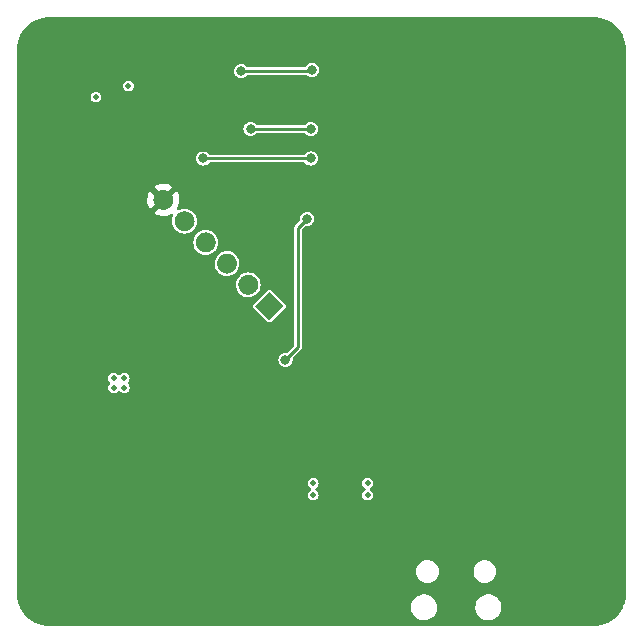
<source format=gbr>
G04 #@! TF.GenerationSoftware,KiCad,Pcbnew,(6.0.9)*
G04 #@! TF.CreationDate,2024-07-14T21:11:06-07:00*
G04 #@! TF.ProjectId,AccArray_PICO,41636341-7272-4617-995f-5049434f2e6b,rev?*
G04 #@! TF.SameCoordinates,Original*
G04 #@! TF.FileFunction,Copper,L4,Bot*
G04 #@! TF.FilePolarity,Positive*
%FSLAX46Y46*%
G04 Gerber Fmt 4.6, Leading zero omitted, Abs format (unit mm)*
G04 Created by KiCad (PCBNEW (6.0.9)) date 2024-07-14 21:11:06*
%MOMM*%
%LPD*%
G01*
G04 APERTURE LIST*
G04 #@! TA.AperFunction,ViaPad*
%ADD10C,0.503200*%
G04 #@! TD*
G04 #@! TA.AperFunction,ViaPad*
%ADD11C,0.800000*%
G04 #@! TD*
G04 #@! TA.AperFunction,Conductor*
%ADD12C,0.250000*%
G04 #@! TD*
G04 APERTURE END LIST*
G04 #@! TO.P,J2,6,Pin_6*
G04 #@! TO.N,GND*
G04 #@! TA.AperFunction,ComponentPad*
G36*
G01*
X139212887Y-82110805D02*
X139212887Y-82110805D01*
G75*
G02*
X139212887Y-83312887I-601041J-601041D01*
G01*
X139212887Y-83312887D01*
G75*
G02*
X138010805Y-83312887I-601041J601041D01*
G01*
X138010805Y-83312887D01*
G75*
G02*
X138010805Y-82110805I601041J601041D01*
G01*
X138010805Y-82110805D01*
G75*
G02*
X139212887Y-82110805I601041J-601041D01*
G01*
G37*
G04 #@! TD.AperFunction*
G04 #@! TO.P,J2,5,Pin_5*
G04 #@! TO.N,FPGA_SI*
G04 #@! TA.AperFunction,ComponentPad*
G36*
G01*
X141008938Y-83906856D02*
X141008938Y-83906856D01*
G75*
G02*
X141008938Y-85108938I-601041J-601041D01*
G01*
X141008938Y-85108938D01*
G75*
G02*
X139806856Y-85108938I-601041J601041D01*
G01*
X139806856Y-85108938D01*
G75*
G02*
X139806856Y-83906856I601041J601041D01*
G01*
X139806856Y-83906856D01*
G75*
G02*
X141008938Y-83906856I601041J-601041D01*
G01*
G37*
G04 #@! TD.AperFunction*
G04 #@! TO.P,J2,4,Pin_4*
G04 #@! TO.N,FPGA_CS*
G04 #@! TA.AperFunction,ComponentPad*
G36*
G01*
X142804989Y-85702907D02*
X142804989Y-85702907D01*
G75*
G02*
X142804989Y-86904989I-601041J-601041D01*
G01*
X142804989Y-86904989D01*
G75*
G02*
X141602907Y-86904989I-601041J601041D01*
G01*
X141602907Y-86904989D01*
G75*
G02*
X141602907Y-85702907I601041J601041D01*
G01*
X141602907Y-85702907D01*
G75*
G02*
X142804989Y-85702907I601041J-601041D01*
G01*
G37*
G04 #@! TD.AperFunction*
G04 #@! TO.P,J2,3,Pin_3*
G04 #@! TO.N,FPGA_SCK*
G04 #@! TA.AperFunction,ComponentPad*
G36*
G01*
X144601041Y-87498959D02*
X144601041Y-87498959D01*
G75*
G02*
X144601041Y-88701041I-601041J-601041D01*
G01*
X144601041Y-88701041D01*
G75*
G02*
X143398959Y-88701041I-601041J601041D01*
G01*
X143398959Y-88701041D01*
G75*
G02*
X143398959Y-87498959I601041J601041D01*
G01*
X143398959Y-87498959D01*
G75*
G02*
X144601041Y-87498959I601041J-601041D01*
G01*
G37*
G04 #@! TD.AperFunction*
G04 #@! TO.P,J2,2,Pin_2*
G04 #@! TO.N,FPGA_SO*
G04 #@! TA.AperFunction,ComponentPad*
G36*
G01*
X146397092Y-89295010D02*
X146397092Y-89295010D01*
G75*
G02*
X146397092Y-90497092I-601041J-601041D01*
G01*
X146397092Y-90497092D01*
G75*
G02*
X145195010Y-90497092I-601041J601041D01*
G01*
X145195010Y-90497092D01*
G75*
G02*
X145195010Y-89295010I601041J601041D01*
G01*
X145195010Y-89295010D01*
G75*
G02*
X146397092Y-89295010I601041J-601041D01*
G01*
G37*
G04 #@! TD.AperFunction*
G04 #@! TA.AperFunction,ComponentPad*
G04 #@! TO.P,J2,1,Pin_1*
G04 #@! TO.N,FSYNC*
G36*
X147592102Y-90490020D02*
G01*
X148794184Y-91692102D01*
X147592102Y-92894184D01*
X146390020Y-91692102D01*
X147592102Y-90490020D01*
G37*
G04 #@! TD.AperFunction*
G04 #@! TD*
D10*
G04 #@! TO.N,GND*
X134700000Y-73000000D03*
G04 #@! TO.N,+3V3*
X155900000Y-107700000D03*
X155900000Y-106700000D03*
X151300000Y-107700000D03*
X151300000Y-106700000D03*
X135300000Y-97800000D03*
X135300000Y-98600000D03*
X134400000Y-98600000D03*
X134400000Y-97800000D03*
G04 #@! TO.N,GND*
X175500000Y-112800000D03*
X175500000Y-111800000D03*
X170900000Y-112800000D03*
X170900000Y-111800000D03*
X171000000Y-100100000D03*
X171000000Y-99100000D03*
X175400000Y-100100000D03*
X175400000Y-99100000D03*
X171000000Y-87500000D03*
X171000000Y-86500000D03*
X175300000Y-87500000D03*
X175300000Y-86500000D03*
X171000000Y-74800000D03*
X171000000Y-73800000D03*
X175400000Y-74700000D03*
X175400000Y-73700000D03*
X155800000Y-74800000D03*
X155800000Y-73800000D03*
X151300000Y-74700000D03*
X151300000Y-73700000D03*
X151300000Y-87400000D03*
X151300000Y-86400000D03*
X155900000Y-87400000D03*
X155900000Y-86400000D03*
X155800000Y-100100000D03*
X155800000Y-99100000D03*
X151300000Y-100100000D03*
X151300000Y-99100000D03*
X151300000Y-112700000D03*
X151300000Y-111700000D03*
X156000000Y-112700000D03*
X156000000Y-111700000D03*
X134700000Y-96800000D03*
X131900000Y-96800000D03*
X131900000Y-94200000D03*
X131900000Y-93100000D03*
X131900000Y-92100000D03*
X131900000Y-91100000D03*
X131900000Y-90000000D03*
X131900000Y-88800000D03*
X134500000Y-88800000D03*
X133000000Y-78800000D03*
X133000000Y-77800000D03*
X134700000Y-75200000D03*
X133000000Y-72100000D03*
X134100000Y-71100000D03*
G04 #@! TO.N,+3V3*
X132900000Y-74000000D03*
X135650000Y-73050000D03*
D11*
G04 #@! TO.N,IMU_CS*
X148950000Y-96250000D03*
X150790000Y-84310000D03*
G04 #@! TO.N,FPGA_SI*
X151100000Y-79200000D03*
X142000000Y-79200000D03*
G04 #@! TO.N,FPGA_CS*
X151200000Y-71700000D03*
X145200000Y-71800000D03*
G04 #@! TO.N,FPGA_SCK*
X151100000Y-76700000D03*
X146000000Y-76700000D03*
G04 #@! TD*
D12*
G04 #@! TO.N,IMU_CS*
X150000000Y-85100000D02*
X150790000Y-84310000D01*
X150000000Y-95200000D02*
X150000000Y-85100000D01*
X148950000Y-96250000D02*
X150000000Y-95200000D01*
G04 #@! TO.N,FPGA_SI*
X142000000Y-79200000D02*
X151100000Y-79200000D01*
G04 #@! TO.N,FPGA_SCK*
X146000000Y-76700000D02*
X151100000Y-76700000D01*
G04 #@! TO.N,FPGA_CS*
X151100000Y-71800000D02*
X151200000Y-71700000D01*
X145200000Y-71800000D02*
X151100000Y-71800000D01*
G04 #@! TD*
G04 #@! TA.AperFunction,Conductor*
G04 #@! TO.N,GND*
G36*
X174980242Y-67202466D02*
G01*
X174985811Y-67202476D01*
X174999641Y-67205656D01*
X175013481Y-67202524D01*
X175027670Y-67202549D01*
X175027669Y-67203161D01*
X175035608Y-67202500D01*
X175185047Y-67210892D01*
X175306384Y-67217706D01*
X175320416Y-67219287D01*
X175615972Y-67269504D01*
X175629743Y-67272647D01*
X175917820Y-67355641D01*
X175931151Y-67360306D01*
X176208125Y-67475032D01*
X176220848Y-67481159D01*
X176332841Y-67543056D01*
X176483228Y-67626172D01*
X176495192Y-67633689D01*
X176739691Y-67807170D01*
X176750738Y-67815980D01*
X176974269Y-68015740D01*
X176984260Y-68025731D01*
X177184020Y-68249262D01*
X177192830Y-68260309D01*
X177366311Y-68504808D01*
X177373828Y-68516772D01*
X177518839Y-68779148D01*
X177524970Y-68791879D01*
X177639692Y-69068843D01*
X177644359Y-69082180D01*
X177727353Y-69370257D01*
X177730496Y-69384028D01*
X177778235Y-69664998D01*
X177780712Y-69679579D01*
X177782294Y-69693620D01*
X177797469Y-69963825D01*
X177796803Y-69971621D01*
X177797549Y-69971622D01*
X177797524Y-69985813D01*
X177794344Y-69999641D01*
X177797475Y-70013480D01*
X177797467Y-70018311D01*
X177799500Y-70036504D01*
X177799500Y-115962920D01*
X177797534Y-115980242D01*
X177797524Y-115985811D01*
X177794344Y-115999641D01*
X177797476Y-116013481D01*
X177797451Y-116027670D01*
X177796839Y-116027669D01*
X177797500Y-116035608D01*
X177782294Y-116306380D01*
X177780713Y-116320416D01*
X177757583Y-116456551D01*
X177730497Y-116615968D01*
X177727353Y-116629743D01*
X177675569Y-116809490D01*
X177644359Y-116917820D01*
X177639694Y-116931151D01*
X177524970Y-117208121D01*
X177518841Y-117220848D01*
X177473135Y-117303547D01*
X177373828Y-117483228D01*
X177366311Y-117495192D01*
X177192830Y-117739691D01*
X177184020Y-117750738D01*
X176984260Y-117974269D01*
X176974269Y-117984260D01*
X176750738Y-118184020D01*
X176739691Y-118192830D01*
X176495192Y-118366311D01*
X176483228Y-118373828D01*
X176468987Y-118381699D01*
X176220848Y-118518841D01*
X176208125Y-118524968D01*
X175931151Y-118639694D01*
X175917820Y-118644359D01*
X175629743Y-118727353D01*
X175615972Y-118730496D01*
X175320416Y-118780713D01*
X175306384Y-118782294D01*
X175036172Y-118797469D01*
X175028379Y-118796803D01*
X175028378Y-118797549D01*
X175014187Y-118797524D01*
X175000359Y-118794344D01*
X174986520Y-118797475D01*
X174981689Y-118797467D01*
X174963496Y-118799500D01*
X129037080Y-118799500D01*
X129019758Y-118797534D01*
X129014189Y-118797524D01*
X129000359Y-118794344D01*
X128986519Y-118797476D01*
X128972330Y-118797451D01*
X128972331Y-118796839D01*
X128964392Y-118797500D01*
X128814953Y-118789108D01*
X128693616Y-118782294D01*
X128679584Y-118780713D01*
X128384028Y-118730496D01*
X128370257Y-118727353D01*
X128082180Y-118644359D01*
X128068849Y-118639694D01*
X127791875Y-118524968D01*
X127779152Y-118518841D01*
X127531013Y-118381699D01*
X127516772Y-118373828D01*
X127504808Y-118366311D01*
X127260309Y-118192830D01*
X127249262Y-118184020D01*
X127025731Y-117984260D01*
X127015740Y-117974269D01*
X126815980Y-117750738D01*
X126807170Y-117739691D01*
X126633689Y-117495192D01*
X126626172Y-117483228D01*
X126526865Y-117303547D01*
X126481159Y-117220848D01*
X126475030Y-117208121D01*
X126459683Y-117171069D01*
X159570164Y-117171069D01*
X159583392Y-117372894D01*
X159584815Y-117378496D01*
X159614452Y-117495192D01*
X159633178Y-117568928D01*
X159717856Y-117752607D01*
X159834588Y-117917780D01*
X159979466Y-118058913D01*
X160147637Y-118171282D01*
X160152940Y-118173560D01*
X160152943Y-118173562D01*
X160241291Y-118211519D01*
X160333470Y-118251122D01*
X160530740Y-118295760D01*
X160536509Y-118295987D01*
X160536512Y-118295987D01*
X160612683Y-118298979D01*
X160732842Y-118303700D01*
X160819132Y-118291189D01*
X160927286Y-118275508D01*
X160927291Y-118275507D01*
X160933007Y-118274678D01*
X160938479Y-118272820D01*
X160938481Y-118272820D01*
X161119067Y-118211519D01*
X161119069Y-118211518D01*
X161124531Y-118209664D01*
X161301001Y-118110837D01*
X161363433Y-118058913D01*
X161452073Y-117985191D01*
X161456505Y-117981505D01*
X161585837Y-117826001D01*
X161684664Y-117649531D01*
X161737056Y-117495192D01*
X161747820Y-117463481D01*
X161747820Y-117463479D01*
X161749678Y-117458007D01*
X161750507Y-117452291D01*
X161750508Y-117452286D01*
X161778167Y-117261516D01*
X161778700Y-117257842D01*
X161780215Y-117200000D01*
X161777557Y-117171069D01*
X165020164Y-117171069D01*
X165033392Y-117372894D01*
X165034815Y-117378496D01*
X165064452Y-117495192D01*
X165083178Y-117568928D01*
X165167856Y-117752607D01*
X165284588Y-117917780D01*
X165429466Y-118058913D01*
X165597637Y-118171282D01*
X165602940Y-118173560D01*
X165602943Y-118173562D01*
X165691291Y-118211519D01*
X165783470Y-118251122D01*
X165980740Y-118295760D01*
X165986509Y-118295987D01*
X165986512Y-118295987D01*
X166062683Y-118298979D01*
X166182842Y-118303700D01*
X166269132Y-118291189D01*
X166377286Y-118275508D01*
X166377291Y-118275507D01*
X166383007Y-118274678D01*
X166388479Y-118272820D01*
X166388481Y-118272820D01*
X166569067Y-118211519D01*
X166569069Y-118211518D01*
X166574531Y-118209664D01*
X166751001Y-118110837D01*
X166813433Y-118058913D01*
X166902073Y-117985191D01*
X166906505Y-117981505D01*
X167035837Y-117826001D01*
X167134664Y-117649531D01*
X167187056Y-117495192D01*
X167197820Y-117463481D01*
X167197820Y-117463479D01*
X167199678Y-117458007D01*
X167200507Y-117452291D01*
X167200508Y-117452286D01*
X167228167Y-117261516D01*
X167228700Y-117257842D01*
X167230215Y-117200000D01*
X167211708Y-116998591D01*
X167209389Y-116990366D01*
X167158376Y-116809490D01*
X167156807Y-116803926D01*
X167067351Y-116622527D01*
X167049079Y-116598057D01*
X166949788Y-116465091D01*
X166949787Y-116465090D01*
X166946335Y-116460467D01*
X166923350Y-116439220D01*
X166802053Y-116327094D01*
X166802051Y-116327092D01*
X166797812Y-116323174D01*
X166770374Y-116305862D01*
X166631637Y-116218325D01*
X166626757Y-116215246D01*
X166438898Y-116140298D01*
X166240526Y-116100839D01*
X166234752Y-116100763D01*
X166234748Y-116100763D01*
X166132257Y-116099422D01*
X166038286Y-116098192D01*
X166032589Y-116099171D01*
X166032588Y-116099171D01*
X165844646Y-116131465D01*
X165844645Y-116131465D01*
X165838949Y-116132444D01*
X165649193Y-116202449D01*
X165475371Y-116305862D01*
X165323305Y-116439220D01*
X165198089Y-116598057D01*
X165103914Y-116777053D01*
X165043937Y-116970213D01*
X165020164Y-117171069D01*
X161777557Y-117171069D01*
X161761708Y-116998591D01*
X161759389Y-116990366D01*
X161708376Y-116809490D01*
X161706807Y-116803926D01*
X161617351Y-116622527D01*
X161599079Y-116598057D01*
X161499788Y-116465091D01*
X161499787Y-116465090D01*
X161496335Y-116460467D01*
X161473350Y-116439220D01*
X161352053Y-116327094D01*
X161352051Y-116327092D01*
X161347812Y-116323174D01*
X161320374Y-116305862D01*
X161181637Y-116218325D01*
X161176757Y-116215246D01*
X160988898Y-116140298D01*
X160790526Y-116100839D01*
X160784752Y-116100763D01*
X160784748Y-116100763D01*
X160682257Y-116099422D01*
X160588286Y-116098192D01*
X160582589Y-116099171D01*
X160582588Y-116099171D01*
X160394646Y-116131465D01*
X160394645Y-116131465D01*
X160388949Y-116132444D01*
X160199193Y-116202449D01*
X160025371Y-116305862D01*
X159873305Y-116439220D01*
X159748089Y-116598057D01*
X159653914Y-116777053D01*
X159593937Y-116970213D01*
X159570164Y-117171069D01*
X126459683Y-117171069D01*
X126360306Y-116931151D01*
X126355641Y-116917820D01*
X126324432Y-116809490D01*
X126272647Y-116629743D01*
X126269503Y-116615968D01*
X126242417Y-116456551D01*
X126219287Y-116320416D01*
X126217706Y-116306380D01*
X126202548Y-116036456D01*
X126204382Y-116014897D01*
X126203227Y-116014764D01*
X126204043Y-116007674D01*
X126205655Y-116000718D01*
X126205656Y-116000000D01*
X126203654Y-115991225D01*
X126200500Y-115963210D01*
X126200500Y-114156665D01*
X160019994Y-114156665D01*
X160035592Y-114342414D01*
X160086971Y-114521595D01*
X160172176Y-114687385D01*
X160287959Y-114833468D01*
X160429912Y-114954279D01*
X160592627Y-115045217D01*
X160769907Y-115102819D01*
X160954998Y-115124890D01*
X160961133Y-115124418D01*
X160961135Y-115124418D01*
X161134710Y-115111062D01*
X161134715Y-115111061D01*
X161140851Y-115110589D01*
X161146781Y-115108933D01*
X161146783Y-115108933D01*
X161314459Y-115062117D01*
X161314458Y-115062117D01*
X161320387Y-115060462D01*
X161486768Y-114976417D01*
X161511255Y-114957286D01*
X161628794Y-114865454D01*
X161628795Y-114865453D01*
X161633655Y-114861656D01*
X161755454Y-114720550D01*
X161847526Y-114558474D01*
X161906364Y-114381601D01*
X161929727Y-114196668D01*
X161930099Y-114170000D01*
X161928791Y-114156665D01*
X164869994Y-114156665D01*
X164885592Y-114342414D01*
X164936971Y-114521595D01*
X165022176Y-114687385D01*
X165137959Y-114833468D01*
X165279912Y-114954279D01*
X165442627Y-115045217D01*
X165619907Y-115102819D01*
X165804998Y-115124890D01*
X165811133Y-115124418D01*
X165811135Y-115124418D01*
X165984710Y-115111062D01*
X165984715Y-115111061D01*
X165990851Y-115110589D01*
X165996781Y-115108933D01*
X165996783Y-115108933D01*
X166164459Y-115062117D01*
X166164458Y-115062117D01*
X166170387Y-115060462D01*
X166336768Y-114976417D01*
X166361255Y-114957286D01*
X166478794Y-114865454D01*
X166478795Y-114865453D01*
X166483655Y-114861656D01*
X166605454Y-114720550D01*
X166697526Y-114558474D01*
X166756364Y-114381601D01*
X166779727Y-114196668D01*
X166780099Y-114170000D01*
X166761909Y-113984487D01*
X166760128Y-113978588D01*
X166760127Y-113978583D01*
X166709814Y-113811939D01*
X166708033Y-113806040D01*
X166620522Y-113641456D01*
X166616632Y-113636686D01*
X166616629Y-113636682D01*
X166506605Y-113501780D01*
X166506602Y-113501777D01*
X166502710Y-113497005D01*
X166497056Y-113492327D01*
X166363834Y-113382116D01*
X166359085Y-113378187D01*
X166195116Y-113289529D01*
X166106082Y-113261969D01*
X166022936Y-113236231D01*
X166022933Y-113236230D01*
X166017049Y-113234409D01*
X166010924Y-113233765D01*
X166010923Y-113233765D01*
X165837796Y-113215568D01*
X165837795Y-113215568D01*
X165831668Y-113214924D01*
X165753549Y-113222033D01*
X165652171Y-113231259D01*
X165652168Y-113231260D01*
X165646032Y-113231818D01*
X165640122Y-113233557D01*
X165640119Y-113233558D01*
X165473129Y-113282707D01*
X165467214Y-113284448D01*
X165302023Y-113370807D01*
X165156752Y-113487608D01*
X165036935Y-113630401D01*
X165033971Y-113635793D01*
X165033968Y-113635797D01*
X164959256Y-113771699D01*
X164947135Y-113793746D01*
X164890772Y-113971424D01*
X164869994Y-114156665D01*
X161928791Y-114156665D01*
X161911909Y-113984487D01*
X161910128Y-113978588D01*
X161910127Y-113978583D01*
X161859814Y-113811939D01*
X161858033Y-113806040D01*
X161770522Y-113641456D01*
X161766632Y-113636686D01*
X161766629Y-113636682D01*
X161656605Y-113501780D01*
X161656602Y-113501777D01*
X161652710Y-113497005D01*
X161647056Y-113492327D01*
X161513834Y-113382116D01*
X161509085Y-113378187D01*
X161345116Y-113289529D01*
X161256082Y-113261969D01*
X161172936Y-113236231D01*
X161172933Y-113236230D01*
X161167049Y-113234409D01*
X161160924Y-113233765D01*
X161160923Y-113233765D01*
X160987796Y-113215568D01*
X160987795Y-113215568D01*
X160981668Y-113214924D01*
X160903549Y-113222033D01*
X160802171Y-113231259D01*
X160802168Y-113231260D01*
X160796032Y-113231818D01*
X160790122Y-113233557D01*
X160790119Y-113233558D01*
X160623129Y-113282707D01*
X160617214Y-113284448D01*
X160452023Y-113370807D01*
X160306752Y-113487608D01*
X160186935Y-113630401D01*
X160183971Y-113635793D01*
X160183968Y-113635797D01*
X160109256Y-113771699D01*
X160097135Y-113793746D01*
X160040772Y-113971424D01*
X160019994Y-114156665D01*
X126200500Y-114156665D01*
X126200500Y-107694420D01*
X150843285Y-107694420D01*
X150844449Y-107703322D01*
X150844449Y-107703325D01*
X150846100Y-107715951D01*
X150860076Y-107822829D01*
X150912233Y-107941364D01*
X150995562Y-108040495D01*
X151103364Y-108112255D01*
X151111928Y-108114931D01*
X151111931Y-108114932D01*
X151193974Y-108140564D01*
X151226974Y-108150874D01*
X151356455Y-108153247D01*
X151409077Y-108138901D01*
X151472738Y-108121545D01*
X151472740Y-108121544D01*
X151481397Y-108119184D01*
X151591757Y-108051422D01*
X151678662Y-107955411D01*
X151689450Y-107933146D01*
X151731212Y-107846948D01*
X151731212Y-107846947D01*
X151735127Y-107838867D01*
X151756613Y-107711159D01*
X151756749Y-107700000D01*
X151755950Y-107694420D01*
X155443285Y-107694420D01*
X155444449Y-107703322D01*
X155444449Y-107703325D01*
X155446100Y-107715951D01*
X155460076Y-107822829D01*
X155512233Y-107941364D01*
X155595562Y-108040495D01*
X155703364Y-108112255D01*
X155711928Y-108114931D01*
X155711931Y-108114932D01*
X155793974Y-108140564D01*
X155826974Y-108150874D01*
X155956455Y-108153247D01*
X156009077Y-108138901D01*
X156072738Y-108121545D01*
X156072740Y-108121544D01*
X156081397Y-108119184D01*
X156191757Y-108051422D01*
X156278662Y-107955411D01*
X156289450Y-107933146D01*
X156331212Y-107846948D01*
X156331212Y-107846947D01*
X156335127Y-107838867D01*
X156356613Y-107711159D01*
X156356749Y-107700000D01*
X156338390Y-107571806D01*
X156284789Y-107453917D01*
X156267837Y-107434243D01*
X156206115Y-107362611D01*
X156206112Y-107362608D01*
X156200255Y-107355811D01*
X156122534Y-107305435D01*
X156076250Y-107251600D01*
X156066419Y-107181287D01*
X156096163Y-107116821D01*
X156125136Y-107092329D01*
X156184106Y-107056120D01*
X156184107Y-107056119D01*
X156191757Y-107051422D01*
X156278662Y-106955411D01*
X156289450Y-106933146D01*
X156331212Y-106846948D01*
X156331212Y-106846947D01*
X156335127Y-106838867D01*
X156356613Y-106711159D01*
X156356749Y-106700000D01*
X156338390Y-106571806D01*
X156284789Y-106453917D01*
X156267837Y-106434243D01*
X156206115Y-106362611D01*
X156206112Y-106362608D01*
X156200255Y-106355811D01*
X156091584Y-106285374D01*
X156075611Y-106280597D01*
X155976113Y-106250840D01*
X155976111Y-106250840D01*
X155967512Y-106248268D01*
X155958537Y-106248213D01*
X155958536Y-106248213D01*
X155902762Y-106247873D01*
X155838012Y-106247477D01*
X155829380Y-106249944D01*
X155722126Y-106280597D01*
X155722124Y-106280598D01*
X155713495Y-106283064D01*
X155705908Y-106287851D01*
X155705906Y-106287852D01*
X155611565Y-106347377D01*
X155603972Y-106352168D01*
X155518246Y-106449234D01*
X155463209Y-106566460D01*
X155443285Y-106694420D01*
X155444449Y-106703322D01*
X155444449Y-106703325D01*
X155446100Y-106715951D01*
X155460076Y-106822829D01*
X155512233Y-106941364D01*
X155595562Y-107040495D01*
X155678209Y-107095510D01*
X155723831Y-107149906D01*
X155732802Y-107220334D01*
X155702272Y-107284431D01*
X155675625Y-107306957D01*
X155611569Y-107347373D01*
X155611562Y-107347379D01*
X155603972Y-107352168D01*
X155518246Y-107449234D01*
X155463209Y-107566460D01*
X155443285Y-107694420D01*
X151755950Y-107694420D01*
X151738390Y-107571806D01*
X151684789Y-107453917D01*
X151667837Y-107434243D01*
X151606115Y-107362611D01*
X151606112Y-107362608D01*
X151600255Y-107355811D01*
X151522534Y-107305435D01*
X151476250Y-107251600D01*
X151466419Y-107181287D01*
X151496163Y-107116821D01*
X151525136Y-107092329D01*
X151584106Y-107056120D01*
X151584107Y-107056119D01*
X151591757Y-107051422D01*
X151678662Y-106955411D01*
X151689450Y-106933146D01*
X151731212Y-106846948D01*
X151731212Y-106846947D01*
X151735127Y-106838867D01*
X151756613Y-106711159D01*
X151756749Y-106700000D01*
X151738390Y-106571806D01*
X151684789Y-106453917D01*
X151667837Y-106434243D01*
X151606115Y-106362611D01*
X151606112Y-106362608D01*
X151600255Y-106355811D01*
X151491584Y-106285374D01*
X151475611Y-106280597D01*
X151376113Y-106250840D01*
X151376111Y-106250840D01*
X151367512Y-106248268D01*
X151358537Y-106248213D01*
X151358536Y-106248213D01*
X151302762Y-106247873D01*
X151238012Y-106247477D01*
X151229380Y-106249944D01*
X151122126Y-106280597D01*
X151122124Y-106280598D01*
X151113495Y-106283064D01*
X151105908Y-106287851D01*
X151105906Y-106287852D01*
X151011565Y-106347377D01*
X151003972Y-106352168D01*
X150918246Y-106449234D01*
X150863209Y-106566460D01*
X150843285Y-106694420D01*
X150844449Y-106703322D01*
X150844449Y-106703325D01*
X150846100Y-106715951D01*
X150860076Y-106822829D01*
X150912233Y-106941364D01*
X150995562Y-107040495D01*
X151078209Y-107095510D01*
X151123831Y-107149906D01*
X151132802Y-107220334D01*
X151102272Y-107284431D01*
X151075625Y-107306957D01*
X151011569Y-107347373D01*
X151011562Y-107347379D01*
X151003972Y-107352168D01*
X150918246Y-107449234D01*
X150863209Y-107566460D01*
X150843285Y-107694420D01*
X126200500Y-107694420D01*
X126200500Y-98594420D01*
X133943285Y-98594420D01*
X133944449Y-98603322D01*
X133944449Y-98603325D01*
X133946100Y-98615951D01*
X133960076Y-98722829D01*
X134012233Y-98841364D01*
X134095562Y-98940495D01*
X134203364Y-99012255D01*
X134211928Y-99014931D01*
X134211931Y-99014932D01*
X134293974Y-99040564D01*
X134326974Y-99050874D01*
X134456455Y-99053247D01*
X134509077Y-99038901D01*
X134572738Y-99021545D01*
X134572740Y-99021544D01*
X134581397Y-99019184D01*
X134691757Y-98951422D01*
X134757112Y-98879219D01*
X134817655Y-98842137D01*
X134888635Y-98843675D01*
X134946977Y-98882698D01*
X134989783Y-98933621D01*
X134989786Y-98933624D01*
X134995562Y-98940495D01*
X135103364Y-99012255D01*
X135111928Y-99014931D01*
X135111931Y-99014932D01*
X135193974Y-99040564D01*
X135226974Y-99050874D01*
X135356455Y-99053247D01*
X135409077Y-99038901D01*
X135472738Y-99021545D01*
X135472740Y-99021544D01*
X135481397Y-99019184D01*
X135591757Y-98951422D01*
X135678662Y-98855411D01*
X135685094Y-98842137D01*
X135731212Y-98746948D01*
X135731212Y-98746947D01*
X135735127Y-98738867D01*
X135756613Y-98611159D01*
X135756749Y-98600000D01*
X135738390Y-98471806D01*
X135684789Y-98353917D01*
X135667530Y-98333887D01*
X135622669Y-98281823D01*
X135593355Y-98217160D01*
X135603654Y-98146915D01*
X135624705Y-98115022D01*
X135678662Y-98055411D01*
X135689450Y-98033146D01*
X135731212Y-97946948D01*
X135731212Y-97946947D01*
X135735127Y-97938867D01*
X135756613Y-97811159D01*
X135756749Y-97800000D01*
X135738390Y-97671806D01*
X135684789Y-97553917D01*
X135654370Y-97518614D01*
X135606115Y-97462611D01*
X135606112Y-97462608D01*
X135600255Y-97455811D01*
X135491584Y-97385374D01*
X135475611Y-97380597D01*
X135376113Y-97350840D01*
X135376111Y-97350840D01*
X135367512Y-97348268D01*
X135358537Y-97348213D01*
X135358536Y-97348213D01*
X135302762Y-97347872D01*
X135238012Y-97347477D01*
X135229380Y-97349944D01*
X135122126Y-97380597D01*
X135122124Y-97380598D01*
X135113495Y-97383064D01*
X135105908Y-97387851D01*
X135105906Y-97387852D01*
X135011565Y-97447377D01*
X135003972Y-97452168D01*
X134959719Y-97502275D01*
X134944264Y-97519774D01*
X134884178Y-97557592D01*
X134813185Y-97556921D01*
X134754370Y-97518614D01*
X134706115Y-97462611D01*
X134706112Y-97462608D01*
X134700255Y-97455811D01*
X134591584Y-97385374D01*
X134575611Y-97380597D01*
X134476113Y-97350840D01*
X134476111Y-97350840D01*
X134467512Y-97348268D01*
X134458537Y-97348213D01*
X134458536Y-97348213D01*
X134402762Y-97347872D01*
X134338012Y-97347477D01*
X134329380Y-97349944D01*
X134222126Y-97380597D01*
X134222124Y-97380598D01*
X134213495Y-97383064D01*
X134205908Y-97387851D01*
X134205906Y-97387852D01*
X134111565Y-97447377D01*
X134103972Y-97452168D01*
X134018246Y-97549234D01*
X133963209Y-97666460D01*
X133943285Y-97794420D01*
X133944449Y-97803322D01*
X133944449Y-97803325D01*
X133946100Y-97815951D01*
X133960076Y-97922829D01*
X134012233Y-98041364D01*
X134018008Y-98048234D01*
X134018011Y-98048239D01*
X134077898Y-98119482D01*
X134106420Y-98184497D01*
X134095264Y-98254612D01*
X134075889Y-98283965D01*
X134018246Y-98349234D01*
X133963209Y-98466460D01*
X133943285Y-98594420D01*
X126200500Y-98594420D01*
X126200500Y-96250000D01*
X148344318Y-96250000D01*
X148364956Y-96406762D01*
X148425464Y-96552841D01*
X148521718Y-96678282D01*
X148647159Y-96774536D01*
X148793238Y-96835044D01*
X148950000Y-96855682D01*
X148958188Y-96854604D01*
X149098574Y-96836122D01*
X149106762Y-96835044D01*
X149252841Y-96774536D01*
X149378282Y-96678282D01*
X149474536Y-96552841D01*
X149535044Y-96406762D01*
X149555682Y-96250000D01*
X149546882Y-96183158D01*
X149557821Y-96113011D01*
X149582709Y-96077617D01*
X150216228Y-95444099D01*
X150224332Y-95436673D01*
X150244750Y-95419540D01*
X150253194Y-95412455D01*
X150258704Y-95402912D01*
X150258707Y-95402908D01*
X150272036Y-95379821D01*
X150277941Y-95370551D01*
X150293232Y-95348713D01*
X150299554Y-95339684D01*
X150302407Y-95329036D01*
X150303886Y-95325865D01*
X150305078Y-95322589D01*
X150310588Y-95313045D01*
X150317134Y-95275924D01*
X150319508Y-95265217D01*
X150329263Y-95228807D01*
X150325979Y-95191269D01*
X150325500Y-95180288D01*
X150325500Y-85287016D01*
X150345502Y-85218895D01*
X150362405Y-85197921D01*
X150617617Y-84942709D01*
X150679929Y-84908683D01*
X150723157Y-84906882D01*
X150790000Y-84915682D01*
X150798188Y-84914604D01*
X150938574Y-84896122D01*
X150946762Y-84895044D01*
X151092841Y-84834536D01*
X151218282Y-84738282D01*
X151314536Y-84612841D01*
X151375044Y-84466762D01*
X151395682Y-84310000D01*
X151375044Y-84153238D01*
X151314536Y-84007159D01*
X151218282Y-83881718D01*
X151092841Y-83785464D01*
X150946762Y-83724956D01*
X150790000Y-83704318D01*
X150633238Y-83724956D01*
X150487159Y-83785464D01*
X150361718Y-83881718D01*
X150265464Y-84007159D01*
X150204956Y-84153238D01*
X150184318Y-84310000D01*
X150185396Y-84318188D01*
X150193118Y-84376842D01*
X150182179Y-84446990D01*
X150157291Y-84482383D01*
X149783785Y-84855889D01*
X149775681Y-84863316D01*
X149746806Y-84887545D01*
X149741293Y-84897094D01*
X149727961Y-84920185D01*
X149722055Y-84929456D01*
X149700446Y-84960316D01*
X149697592Y-84970966D01*
X149696115Y-84974134D01*
X149694923Y-84977410D01*
X149689412Y-84986955D01*
X149683462Y-85020699D01*
X149682870Y-85024058D01*
X149680492Y-85034785D01*
X149670736Y-85071193D01*
X149671697Y-85082178D01*
X149671697Y-85082180D01*
X149674020Y-85108728D01*
X149674500Y-85119710D01*
X149674500Y-95012982D01*
X149654498Y-95081103D01*
X149637596Y-95102077D01*
X149122383Y-95617291D01*
X149060070Y-95651316D01*
X149016843Y-95653118D01*
X148950000Y-95644318D01*
X148793238Y-95664956D01*
X148647159Y-95725464D01*
X148521718Y-95821718D01*
X148425464Y-95947159D01*
X148364956Y-96093238D01*
X148344318Y-96250000D01*
X126200500Y-96250000D01*
X126200500Y-91692102D01*
X146185593Y-91692102D01*
X146201154Y-91770333D01*
X146234282Y-91819913D01*
X147464291Y-93049922D01*
X147513871Y-93083050D01*
X147526040Y-93085471D01*
X147526041Y-93085471D01*
X147579931Y-93096190D01*
X147592102Y-93098611D01*
X147604273Y-93096190D01*
X147658163Y-93085471D01*
X147658164Y-93085471D01*
X147670333Y-93083050D01*
X147719913Y-93049922D01*
X148949922Y-91819913D01*
X148983050Y-91770333D01*
X148998611Y-91692102D01*
X148983050Y-91613871D01*
X148949922Y-91564291D01*
X147719913Y-90334282D01*
X147670333Y-90301154D01*
X147658164Y-90298733D01*
X147658163Y-90298733D01*
X147604273Y-90288014D01*
X147592102Y-90285593D01*
X147579931Y-90288014D01*
X147526041Y-90298733D01*
X147526040Y-90298733D01*
X147513871Y-90301154D01*
X147464291Y-90334282D01*
X146234282Y-91564291D01*
X146201154Y-91613871D01*
X146185593Y-91692102D01*
X126200500Y-91692102D01*
X126200500Y-89881313D01*
X144740571Y-89881313D01*
X144757810Y-90086604D01*
X144814595Y-90284637D01*
X144817410Y-90290114D01*
X144817411Y-90290117D01*
X144840109Y-90334282D01*
X144908763Y-90467869D01*
X145036728Y-90629321D01*
X145193615Y-90762842D01*
X145373449Y-90863348D01*
X145468289Y-90894164D01*
X145563522Y-90925107D01*
X145563526Y-90925108D01*
X145569380Y-90927010D01*
X145773945Y-90951402D01*
X145780080Y-90950930D01*
X145780082Y-90950930D01*
X145836090Y-90946620D01*
X145979351Y-90935597D01*
X145985281Y-90933941D01*
X145985283Y-90933941D01*
X146171848Y-90881851D01*
X146171847Y-90881851D01*
X146177776Y-90880196D01*
X146183265Y-90877423D01*
X146183271Y-90877421D01*
X146356167Y-90790084D01*
X146361661Y-90787309D01*
X146524002Y-90660475D01*
X146658615Y-90504523D01*
X146679438Y-90467869D01*
X146757327Y-90330758D01*
X146760374Y-90325395D01*
X146825402Y-90129914D01*
X146851222Y-89925525D01*
X146851634Y-89896051D01*
X146831531Y-89691021D01*
X146771986Y-89493800D01*
X146675269Y-89311900D01*
X146601910Y-89221953D01*
X146548957Y-89157026D01*
X146548954Y-89157023D01*
X146545062Y-89152251D01*
X146530275Y-89140018D01*
X146391076Y-89024862D01*
X146391072Y-89024860D01*
X146386326Y-89020933D01*
X146205106Y-88922948D01*
X146008305Y-88862028D01*
X146002180Y-88861384D01*
X146002179Y-88861384D01*
X145809549Y-88841138D01*
X145809547Y-88841138D01*
X145803420Y-88840494D01*
X145716580Y-88848397D01*
X145604393Y-88858606D01*
X145604390Y-88858607D01*
X145598254Y-88859165D01*
X145400623Y-88917331D01*
X145218053Y-89012777D01*
X145213252Y-89016637D01*
X145213249Y-89016639D01*
X145070157Y-89131688D01*
X145057498Y-89141866D01*
X144925075Y-89299681D01*
X144922107Y-89305079D01*
X144922104Y-89305084D01*
X144915366Y-89317341D01*
X144825827Y-89480213D01*
X144763535Y-89676583D01*
X144762849Y-89682700D01*
X144762848Y-89682704D01*
X144741258Y-89875188D01*
X144740571Y-89881313D01*
X126200500Y-89881313D01*
X126200500Y-88085262D01*
X142944520Y-88085262D01*
X142961759Y-88290553D01*
X143018544Y-88488586D01*
X143021359Y-88494063D01*
X143021360Y-88494066D01*
X143042247Y-88534707D01*
X143112712Y-88671818D01*
X143240677Y-88833270D01*
X143245370Y-88837264D01*
X143245371Y-88837265D01*
X143346049Y-88922948D01*
X143397564Y-88966791D01*
X143577398Y-89067297D01*
X143672238Y-89098113D01*
X143767471Y-89129056D01*
X143767475Y-89129057D01*
X143773329Y-89130959D01*
X143977894Y-89155351D01*
X143984029Y-89154879D01*
X143984031Y-89154879D01*
X144040039Y-89150569D01*
X144183300Y-89139546D01*
X144189230Y-89137890D01*
X144189232Y-89137890D01*
X144375797Y-89085800D01*
X144375796Y-89085800D01*
X144381725Y-89084145D01*
X144387214Y-89081372D01*
X144387220Y-89081370D01*
X144523010Y-89012777D01*
X144565610Y-88991258D01*
X144727951Y-88864424D01*
X144732491Y-88859165D01*
X144858540Y-88713134D01*
X144858540Y-88713133D01*
X144862564Y-88708472D01*
X144883387Y-88671818D01*
X144961276Y-88534707D01*
X144964323Y-88529344D01*
X145029351Y-88333863D01*
X145055171Y-88129474D01*
X145055583Y-88100000D01*
X145035480Y-87894970D01*
X144975935Y-87697749D01*
X144879218Y-87515849D01*
X144805859Y-87425902D01*
X144752906Y-87360975D01*
X144752903Y-87360972D01*
X144749011Y-87356200D01*
X144731786Y-87341950D01*
X144595025Y-87228811D01*
X144595021Y-87228809D01*
X144590275Y-87224882D01*
X144409055Y-87126897D01*
X144212254Y-87065977D01*
X144206129Y-87065333D01*
X144206128Y-87065333D01*
X144013498Y-87045087D01*
X144013496Y-87045087D01*
X144007369Y-87044443D01*
X143920529Y-87052346D01*
X143808342Y-87062555D01*
X143808339Y-87062556D01*
X143802203Y-87063114D01*
X143604572Y-87121280D01*
X143422002Y-87216726D01*
X143417201Y-87220586D01*
X143417198Y-87220588D01*
X143277381Y-87333004D01*
X143261447Y-87345815D01*
X143129024Y-87503630D01*
X143126056Y-87509028D01*
X143126053Y-87509033D01*
X143119315Y-87521290D01*
X143029776Y-87684162D01*
X142967484Y-87880532D01*
X142966798Y-87886649D01*
X142966797Y-87886653D01*
X142945207Y-88079137D01*
X142944520Y-88085262D01*
X126200500Y-88085262D01*
X126200500Y-86289210D01*
X141148468Y-86289210D01*
X141165707Y-86494501D01*
X141222492Y-86692534D01*
X141225307Y-86698011D01*
X141225308Y-86698014D01*
X141246195Y-86738655D01*
X141316660Y-86875766D01*
X141444625Y-87037218D01*
X141449318Y-87041212D01*
X141449319Y-87041213D01*
X141480558Y-87067799D01*
X141601512Y-87170739D01*
X141781346Y-87271245D01*
X141876186Y-87302061D01*
X141971419Y-87333004D01*
X141971423Y-87333005D01*
X141977277Y-87334907D01*
X142181842Y-87359299D01*
X142187977Y-87358827D01*
X142187979Y-87358827D01*
X142243987Y-87354517D01*
X142387248Y-87343494D01*
X142393178Y-87341838D01*
X142393180Y-87341838D01*
X142579745Y-87289748D01*
X142579744Y-87289748D01*
X142585673Y-87288093D01*
X142591162Y-87285320D01*
X142591168Y-87285318D01*
X142726956Y-87216726D01*
X142769558Y-87195206D01*
X142931899Y-87068372D01*
X142952072Y-87045002D01*
X143062488Y-86917082D01*
X143062488Y-86917081D01*
X143066512Y-86912420D01*
X143087335Y-86875766D01*
X143165224Y-86738655D01*
X143168271Y-86733292D01*
X143233299Y-86537811D01*
X143259119Y-86333422D01*
X143259531Y-86303948D01*
X143239428Y-86098918D01*
X143179883Y-85901697D01*
X143083166Y-85719797D01*
X143009807Y-85629850D01*
X142956854Y-85564923D01*
X142956851Y-85564920D01*
X142952959Y-85560148D01*
X142938172Y-85547915D01*
X142798973Y-85432759D01*
X142798969Y-85432757D01*
X142794223Y-85428830D01*
X142613003Y-85330845D01*
X142416202Y-85269925D01*
X142410077Y-85269281D01*
X142410076Y-85269281D01*
X142217446Y-85249035D01*
X142217444Y-85249035D01*
X142211317Y-85248391D01*
X142124477Y-85256294D01*
X142012290Y-85266503D01*
X142012287Y-85266504D01*
X142006151Y-85267062D01*
X141808520Y-85325228D01*
X141625950Y-85420674D01*
X141621149Y-85424534D01*
X141621146Y-85424536D01*
X141478054Y-85539585D01*
X141465395Y-85549763D01*
X141332972Y-85707578D01*
X141330004Y-85712976D01*
X141330001Y-85712981D01*
X141323263Y-85725238D01*
X141233724Y-85888110D01*
X141171432Y-86084480D01*
X141170746Y-86090597D01*
X141170745Y-86090601D01*
X141149155Y-86283085D01*
X141148468Y-86289210D01*
X126200500Y-86289210D01*
X126200500Y-83836699D01*
X137851823Y-83836699D01*
X137857104Y-83843753D01*
X138018602Y-83938125D01*
X138027888Y-83942575D01*
X138226847Y-84018549D01*
X138236745Y-84021425D01*
X138445441Y-84063884D01*
X138455669Y-84065103D01*
X138668496Y-84072908D01*
X138678782Y-84072441D01*
X138890031Y-84045380D01*
X138900108Y-84043238D01*
X139104101Y-83982037D01*
X139113693Y-83978277D01*
X139284916Y-83894396D01*
X139354890Y-83882389D01*
X139420247Y-83910119D01*
X139460237Y-83968782D01*
X139462163Y-84039752D01*
X139450763Y-84068247D01*
X139440642Y-84086657D01*
X139440639Y-84086663D01*
X139437673Y-84092059D01*
X139375381Y-84288429D01*
X139374695Y-84294546D01*
X139374694Y-84294550D01*
X139372961Y-84310000D01*
X139352417Y-84493159D01*
X139369656Y-84698450D01*
X139371355Y-84704375D01*
X139416931Y-84863316D01*
X139426441Y-84896483D01*
X139429256Y-84901960D01*
X139429257Y-84901963D01*
X139472937Y-84986955D01*
X139520609Y-85079715D01*
X139648574Y-85241167D01*
X139653267Y-85245161D01*
X139653268Y-85245162D01*
X139753946Y-85330845D01*
X139805461Y-85374688D01*
X139985295Y-85475194D01*
X140080135Y-85506010D01*
X140175368Y-85536953D01*
X140175372Y-85536954D01*
X140181226Y-85538856D01*
X140385791Y-85563248D01*
X140391926Y-85562776D01*
X140391928Y-85562776D01*
X140447936Y-85558466D01*
X140591197Y-85547443D01*
X140597127Y-85545787D01*
X140597129Y-85545787D01*
X140783694Y-85493697D01*
X140783693Y-85493697D01*
X140789622Y-85492042D01*
X140795111Y-85489269D01*
X140795117Y-85489267D01*
X140930907Y-85420674D01*
X140973507Y-85399155D01*
X141135848Y-85272321D01*
X141140388Y-85267062D01*
X141266437Y-85121031D01*
X141266437Y-85121030D01*
X141270461Y-85116369D01*
X141291284Y-85079715D01*
X141322901Y-85024058D01*
X141372220Y-84937241D01*
X141437248Y-84741760D01*
X141463068Y-84537371D01*
X141463480Y-84507897D01*
X141443377Y-84302867D01*
X141383832Y-84105646D01*
X141287115Y-83923746D01*
X141206024Y-83824319D01*
X141160803Y-83768872D01*
X141160800Y-83768869D01*
X141156908Y-83764097D01*
X141144355Y-83753712D01*
X141002922Y-83636708D01*
X141002918Y-83636706D01*
X140998172Y-83632779D01*
X140816952Y-83534794D01*
X140620151Y-83473874D01*
X140614026Y-83473230D01*
X140614025Y-83473230D01*
X140421395Y-83452984D01*
X140421393Y-83452984D01*
X140415266Y-83452340D01*
X140328426Y-83460243D01*
X140216239Y-83470452D01*
X140216236Y-83470453D01*
X140210100Y-83471011D01*
X140012469Y-83529177D01*
X140007008Y-83532032D01*
X139964492Y-83554259D01*
X139894856Y-83568093D01*
X139828796Y-83542083D01*
X139787284Y-83484487D01*
X139783501Y-83413591D01*
X139793160Y-83386770D01*
X139876516Y-83218113D01*
X139880315Y-83208518D01*
X139942222Y-83004761D01*
X139944401Y-82994680D01*
X139972436Y-82781733D01*
X139972955Y-82775058D01*
X139974418Y-82715210D01*
X139974224Y-82708492D01*
X139956627Y-82494450D01*
X139954942Y-82484270D01*
X139903060Y-82277721D01*
X139899740Y-82267970D01*
X139814818Y-82072660D01*
X139809951Y-82063585D01*
X139744909Y-81963043D01*
X139734223Y-81953841D01*
X139724658Y-81958244D01*
X137858583Y-83824319D01*
X137851823Y-83836699D01*
X126200500Y-83836699D01*
X126200500Y-82683709D01*
X137249896Y-82683709D01*
X137262155Y-82896323D01*
X137263591Y-82906543D01*
X137310411Y-83114292D01*
X137313491Y-83124121D01*
X137393616Y-83321449D01*
X137398259Y-83330640D01*
X137478306Y-83461266D01*
X137488762Y-83470726D01*
X137497540Y-83466942D01*
X138239824Y-82724658D01*
X138247438Y-82710714D01*
X138247307Y-82708881D01*
X138243056Y-82702266D01*
X137501695Y-81960905D01*
X137490159Y-81954605D01*
X137477877Y-81964228D01*
X137429935Y-82034508D01*
X137424850Y-82043459D01*
X137335184Y-82236629D01*
X137331621Y-82246316D01*
X137274710Y-82451527D01*
X137272779Y-82461646D01*
X137250148Y-82673420D01*
X137249896Y-82683709D01*
X126200500Y-82683709D01*
X126200500Y-81588273D01*
X137853069Y-81588273D01*
X137859814Y-81600604D01*
X138599034Y-82339824D01*
X138612978Y-82347438D01*
X138614811Y-82347307D01*
X138621426Y-82343056D01*
X139365235Y-81599247D01*
X139372256Y-81586390D01*
X139365457Y-81577059D01*
X139361400Y-81574364D01*
X139174963Y-81471445D01*
X139165551Y-81467215D01*
X138964805Y-81396126D01*
X138954835Y-81393492D01*
X138745173Y-81356147D01*
X138734919Y-81355177D01*
X138521962Y-81352574D01*
X138511678Y-81353294D01*
X138301167Y-81385507D01*
X138291139Y-81387896D01*
X138088714Y-81454058D01*
X138079205Y-81458055D01*
X137890312Y-81556386D01*
X137881580Y-81561885D01*
X137861523Y-81576945D01*
X137853069Y-81588273D01*
X126200500Y-81588273D01*
X126200500Y-79200000D01*
X141394318Y-79200000D01*
X141414956Y-79356762D01*
X141475464Y-79502841D01*
X141571718Y-79628282D01*
X141697159Y-79724536D01*
X141843238Y-79785044D01*
X142000000Y-79805682D01*
X142008188Y-79804604D01*
X142148574Y-79786122D01*
X142156762Y-79785044D01*
X142302841Y-79724536D01*
X142428282Y-79628282D01*
X142469323Y-79574796D01*
X142526661Y-79532929D01*
X142569286Y-79525500D01*
X150530714Y-79525500D01*
X150598835Y-79545502D01*
X150630677Y-79574796D01*
X150671718Y-79628282D01*
X150797159Y-79724536D01*
X150943238Y-79785044D01*
X151100000Y-79805682D01*
X151108188Y-79804604D01*
X151248574Y-79786122D01*
X151256762Y-79785044D01*
X151402841Y-79724536D01*
X151528282Y-79628282D01*
X151624536Y-79502841D01*
X151685044Y-79356762D01*
X151705682Y-79200000D01*
X151685044Y-79043238D01*
X151624536Y-78897159D01*
X151528282Y-78771718D01*
X151402841Y-78675464D01*
X151256762Y-78614956D01*
X151100000Y-78594318D01*
X150943238Y-78614956D01*
X150797159Y-78675464D01*
X150671718Y-78771718D01*
X150666695Y-78778264D01*
X150630677Y-78825204D01*
X150573339Y-78867071D01*
X150530714Y-78874500D01*
X142569286Y-78874500D01*
X142501165Y-78854498D01*
X142469323Y-78825204D01*
X142433305Y-78778264D01*
X142428282Y-78771718D01*
X142302841Y-78675464D01*
X142156762Y-78614956D01*
X142000000Y-78594318D01*
X141843238Y-78614956D01*
X141697159Y-78675464D01*
X141571718Y-78771718D01*
X141475464Y-78897159D01*
X141414956Y-79043238D01*
X141394318Y-79200000D01*
X126200500Y-79200000D01*
X126200500Y-76700000D01*
X145394318Y-76700000D01*
X145414956Y-76856762D01*
X145475464Y-77002841D01*
X145571718Y-77128282D01*
X145697159Y-77224536D01*
X145843238Y-77285044D01*
X146000000Y-77305682D01*
X146008188Y-77304604D01*
X146148574Y-77286122D01*
X146156762Y-77285044D01*
X146302841Y-77224536D01*
X146428282Y-77128282D01*
X146469323Y-77074796D01*
X146526661Y-77032929D01*
X146569286Y-77025500D01*
X150530714Y-77025500D01*
X150598835Y-77045502D01*
X150630677Y-77074796D01*
X150671718Y-77128282D01*
X150797159Y-77224536D01*
X150943238Y-77285044D01*
X151100000Y-77305682D01*
X151108188Y-77304604D01*
X151248574Y-77286122D01*
X151256762Y-77285044D01*
X151402841Y-77224536D01*
X151528282Y-77128282D01*
X151624536Y-77002841D01*
X151685044Y-76856762D01*
X151705682Y-76700000D01*
X151685044Y-76543238D01*
X151624536Y-76397159D01*
X151528282Y-76271718D01*
X151402841Y-76175464D01*
X151256762Y-76114956D01*
X151100000Y-76094318D01*
X150943238Y-76114956D01*
X150797159Y-76175464D01*
X150671718Y-76271718D01*
X150666695Y-76278264D01*
X150630677Y-76325204D01*
X150573339Y-76367071D01*
X150530714Y-76374500D01*
X146569286Y-76374500D01*
X146501165Y-76354498D01*
X146469323Y-76325204D01*
X146433305Y-76278264D01*
X146428282Y-76271718D01*
X146302841Y-76175464D01*
X146156762Y-76114956D01*
X146000000Y-76094318D01*
X145843238Y-76114956D01*
X145697159Y-76175464D01*
X145571718Y-76271718D01*
X145475464Y-76397159D01*
X145414956Y-76543238D01*
X145394318Y-76700000D01*
X126200500Y-76700000D01*
X126200500Y-73994420D01*
X132443285Y-73994420D01*
X132444449Y-74003322D01*
X132444449Y-74003325D01*
X132446100Y-74015951D01*
X132460076Y-74122829D01*
X132512233Y-74241364D01*
X132595562Y-74340495D01*
X132703364Y-74412255D01*
X132711928Y-74414931D01*
X132711931Y-74414932D01*
X132793974Y-74440564D01*
X132826974Y-74450874D01*
X132956455Y-74453247D01*
X133009077Y-74438901D01*
X133072738Y-74421545D01*
X133072740Y-74421544D01*
X133081397Y-74419184D01*
X133191757Y-74351422D01*
X133278662Y-74255411D01*
X133289450Y-74233146D01*
X133331212Y-74146948D01*
X133331212Y-74146947D01*
X133335127Y-74138867D01*
X133356613Y-74011159D01*
X133356749Y-74000000D01*
X133338390Y-73871806D01*
X133284789Y-73753917D01*
X133267837Y-73734243D01*
X133206115Y-73662611D01*
X133206112Y-73662608D01*
X133200255Y-73655811D01*
X133091584Y-73585374D01*
X133075611Y-73580597D01*
X132976113Y-73550840D01*
X132976111Y-73550840D01*
X132967512Y-73548268D01*
X132958537Y-73548213D01*
X132958536Y-73548213D01*
X132902762Y-73547873D01*
X132838012Y-73547477D01*
X132829380Y-73549944D01*
X132722126Y-73580597D01*
X132722124Y-73580598D01*
X132713495Y-73583064D01*
X132705908Y-73587851D01*
X132705906Y-73587852D01*
X132611565Y-73647377D01*
X132603972Y-73652168D01*
X132518246Y-73749234D01*
X132463209Y-73866460D01*
X132443285Y-73994420D01*
X126200500Y-73994420D01*
X126200500Y-73044420D01*
X135193285Y-73044420D01*
X135194449Y-73053322D01*
X135194449Y-73053325D01*
X135196100Y-73065951D01*
X135210076Y-73172829D01*
X135262233Y-73291364D01*
X135345562Y-73390495D01*
X135453364Y-73462255D01*
X135461928Y-73464931D01*
X135461931Y-73464932D01*
X135543974Y-73490564D01*
X135576974Y-73500874D01*
X135706455Y-73503247D01*
X135759077Y-73488901D01*
X135822738Y-73471545D01*
X135822740Y-73471544D01*
X135831397Y-73469184D01*
X135941757Y-73401422D01*
X136028662Y-73305411D01*
X136039450Y-73283146D01*
X136081212Y-73196948D01*
X136081212Y-73196947D01*
X136085127Y-73188867D01*
X136106613Y-73061159D01*
X136106749Y-73050000D01*
X136088390Y-72921806D01*
X136034789Y-72803917D01*
X136017837Y-72784243D01*
X135956115Y-72712611D01*
X135956112Y-72712608D01*
X135950255Y-72705811D01*
X135841584Y-72635374D01*
X135825611Y-72630597D01*
X135726113Y-72600840D01*
X135726111Y-72600840D01*
X135717512Y-72598268D01*
X135708537Y-72598213D01*
X135708536Y-72598213D01*
X135652762Y-72597872D01*
X135588012Y-72597477D01*
X135579380Y-72599944D01*
X135472126Y-72630597D01*
X135472124Y-72630598D01*
X135463495Y-72633064D01*
X135455908Y-72637851D01*
X135455906Y-72637852D01*
X135361565Y-72697377D01*
X135353972Y-72702168D01*
X135268246Y-72799234D01*
X135213209Y-72916460D01*
X135193285Y-73044420D01*
X126200500Y-73044420D01*
X126200500Y-71800000D01*
X144594318Y-71800000D01*
X144614956Y-71956762D01*
X144675464Y-72102841D01*
X144771718Y-72228282D01*
X144897159Y-72324536D01*
X145043238Y-72385044D01*
X145200000Y-72405682D01*
X145208188Y-72404604D01*
X145348574Y-72386122D01*
X145356762Y-72385044D01*
X145502841Y-72324536D01*
X145628282Y-72228282D01*
X145669323Y-72174796D01*
X145726661Y-72132929D01*
X145769286Y-72125500D01*
X150725321Y-72125500D01*
X150793442Y-72145502D01*
X150802025Y-72151538D01*
X150890603Y-72219506D01*
X150890606Y-72219508D01*
X150897159Y-72224536D01*
X151043238Y-72285044D01*
X151200000Y-72305682D01*
X151208188Y-72304604D01*
X151348574Y-72286122D01*
X151356762Y-72285044D01*
X151502841Y-72224536D01*
X151628282Y-72128282D01*
X151724536Y-72002841D01*
X151785044Y-71856762D01*
X151805682Y-71700000D01*
X151785044Y-71543238D01*
X151724536Y-71397159D01*
X151628282Y-71271718D01*
X151502841Y-71175464D01*
X151356762Y-71114956D01*
X151200000Y-71094318D01*
X151043238Y-71114956D01*
X150897159Y-71175464D01*
X150771718Y-71271718D01*
X150675464Y-71397159D01*
X150672304Y-71404788D01*
X150668428Y-71411501D01*
X150617045Y-71460494D01*
X150559309Y-71474500D01*
X145769286Y-71474500D01*
X145701165Y-71454498D01*
X145669323Y-71425204D01*
X145633305Y-71378264D01*
X145628282Y-71371718D01*
X145502841Y-71275464D01*
X145356762Y-71214956D01*
X145200000Y-71194318D01*
X145043238Y-71214956D01*
X144897159Y-71275464D01*
X144771718Y-71371718D01*
X144675464Y-71497159D01*
X144614956Y-71643238D01*
X144594318Y-71800000D01*
X126200500Y-71800000D01*
X126200500Y-70037371D01*
X126203755Y-70008918D01*
X126204043Y-70007676D01*
X126204044Y-70007669D01*
X126205655Y-70000718D01*
X126205656Y-70000000D01*
X126204075Y-69993067D01*
X126203283Y-69985993D01*
X126204348Y-69985874D01*
X126202516Y-69964113D01*
X126217706Y-69693620D01*
X126219288Y-69679579D01*
X126221766Y-69664998D01*
X126269504Y-69384028D01*
X126272647Y-69370257D01*
X126355641Y-69082180D01*
X126360308Y-69068843D01*
X126475030Y-68791879D01*
X126481161Y-68779148D01*
X126626172Y-68516772D01*
X126633689Y-68504808D01*
X126807170Y-68260309D01*
X126815980Y-68249262D01*
X127015740Y-68025731D01*
X127025731Y-68015740D01*
X127249262Y-67815980D01*
X127260309Y-67807170D01*
X127504808Y-67633689D01*
X127516772Y-67626172D01*
X127667159Y-67543056D01*
X127779152Y-67481159D01*
X127791875Y-67475032D01*
X128068849Y-67360306D01*
X128082180Y-67355641D01*
X128370257Y-67272647D01*
X128384028Y-67269504D01*
X128679584Y-67219287D01*
X128693616Y-67217706D01*
X128963828Y-67202531D01*
X128971621Y-67203197D01*
X128971622Y-67202451D01*
X128985813Y-67202476D01*
X128999641Y-67205656D01*
X129013480Y-67202525D01*
X129018311Y-67202533D01*
X129036504Y-67200500D01*
X174962920Y-67200500D01*
X174980242Y-67202466D01*
G37*
G04 #@! TD.AperFunction*
G04 #@! TD*
M02*

</source>
